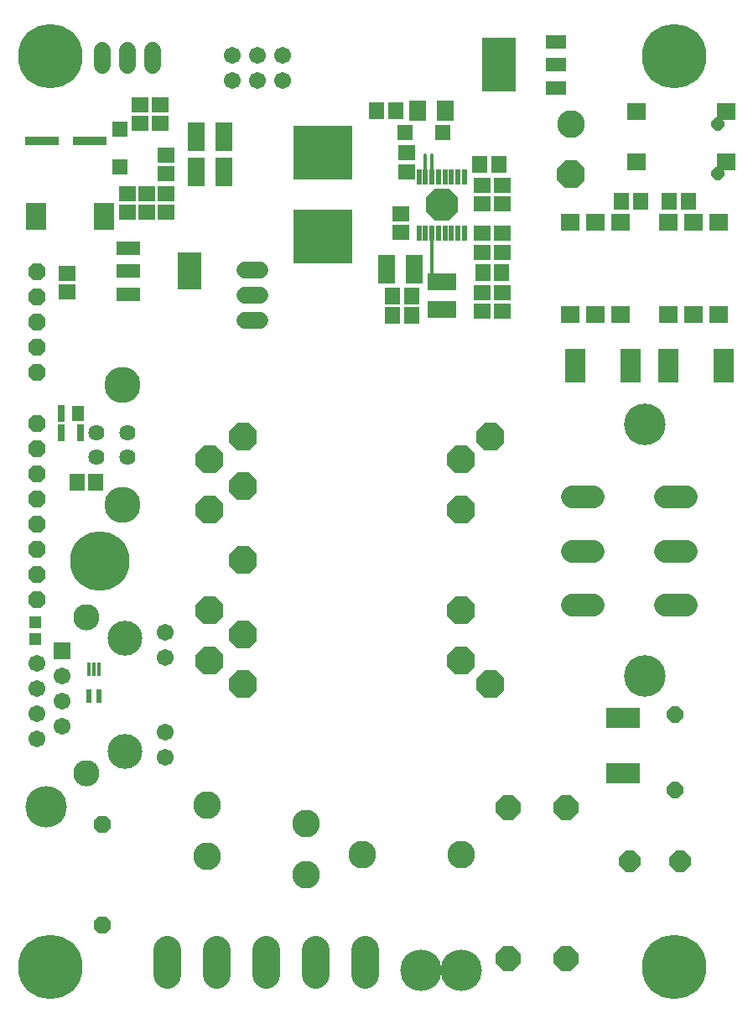
<source format=gts>
G75*
G70*
%OFA0B0*%
%FSLAX24Y24*%
%IPPOS*%
%LPD*%
%AMOC8*
5,1,8,0,0,1.08239X$1,22.5*
%
%ADD10C,0.0120*%
%ADD11C,0.0140*%
%ADD12C,0.1100*%
%ADD13OC8,0.1100*%
%ADD14R,0.0749X0.0671*%
%ADD15R,0.0671X0.0592*%
%ADD16R,0.0592X0.0671*%
%ADD17R,0.0631X0.0631*%
%ADD18R,0.0220X0.0640*%
%ADD19R,0.0880X0.0880*%
%ADD20OC8,0.1299*%
%ADD21R,0.0710X0.1143*%
%ADD22R,0.2362X0.2165*%
%ADD23C,0.0674*%
%ADD24C,0.1100*%
%ADD25OC8,0.0973*%
%ADD26R,0.0710X0.0790*%
%ADD27R,0.1143X0.0710*%
%ADD28C,0.0907*%
%ADD29R,0.0789X0.1340*%
%ADD30R,0.1340X0.0789*%
%ADD31OC8,0.0640*%
%ADD32OC8,0.0840*%
%ADD33C,0.1653*%
%ADD34R,0.0781X0.0678*%
%ADD35R,0.0789X0.1064*%
%ADD36C,0.0674*%
%ADD37R,0.0960X0.0560*%
%ADD38R,0.0953X0.1504*%
%ADD39C,0.0640*%
%ADD40C,0.1436*%
%ADD41OC8,0.0674*%
%ADD42R,0.0674X0.0674*%
%ADD43C,0.1039*%
%ADD44C,0.1386*%
%ADD45R,0.0513X0.0474*%
%ADD46R,0.1360X0.0380*%
%ADD47R,0.0830X0.0530*%
%ADD48R,0.1375X0.2125*%
%ADD49R,0.0180X0.0520*%
%ADD50R,0.0200X0.0520*%
%ADD51R,0.0450X0.0600*%
%ADD52R,0.0300X0.0700*%
%ADD53OC8,0.0680*%
%ADD54C,0.2562*%
%ADD55C,0.1650*%
%ADD56OC8,0.0516*%
%ADD57C,0.2365*%
D10*
X024531Y034577D02*
X024531Y035952D01*
D11*
X024506Y038327D02*
X024506Y039277D01*
X024256Y039277D02*
X024256Y038352D01*
D12*
X030040Y040528D03*
X015587Y013451D03*
X015587Y011426D03*
X019524Y010678D03*
X019524Y012703D03*
X021756Y011487D03*
X025693Y011487D03*
D13*
X026852Y018256D03*
X025681Y019177D03*
X025681Y021177D03*
X025681Y025177D03*
X025681Y027177D03*
X026852Y028098D03*
X030040Y038528D03*
X017009Y028098D03*
X015681Y027177D03*
X017009Y026130D03*
X015681Y025177D03*
X017009Y023177D03*
X015681Y021177D03*
X017009Y020224D03*
X015681Y019177D03*
X017009Y018256D03*
D14*
X032659Y039023D03*
X032659Y041031D03*
X036202Y041031D03*
X036202Y039023D03*
D15*
X027306Y038101D03*
X027306Y037353D03*
X026531Y037353D03*
X026531Y038101D03*
X026531Y036176D03*
X026531Y035428D03*
X027306Y035428D03*
X027306Y036176D03*
X027306Y033826D03*
X027306Y033078D03*
X026531Y033078D03*
X026531Y033826D03*
X023281Y036203D03*
X023281Y036951D03*
X023506Y038628D03*
X023506Y039376D03*
X013956Y039301D03*
X013956Y038553D03*
X013956Y037751D03*
X013956Y037003D03*
X013181Y037003D03*
X013181Y037751D03*
X012406Y037751D03*
X012406Y037003D03*
X010031Y034601D03*
X010031Y033853D03*
X012931Y040553D03*
X012931Y041301D03*
X013706Y041301D03*
X013706Y040553D03*
D16*
X022332Y041052D03*
X023080Y041052D03*
X026432Y038902D03*
X027180Y038902D03*
X027295Y034627D03*
X026547Y034627D03*
X023705Y033677D03*
X022957Y033677D03*
X022957Y032902D03*
X023705Y032902D03*
X032057Y037452D03*
X032805Y037452D03*
X033957Y037452D03*
X034705Y037452D03*
X011155Y026277D03*
X010407Y026277D03*
D17*
X012106Y038829D03*
X012106Y040325D03*
X023458Y040177D03*
X024954Y040177D03*
D18*
X025036Y038422D03*
X025286Y038422D03*
X025546Y038422D03*
X025806Y038422D03*
X024776Y038422D03*
X024526Y038422D03*
X024266Y038422D03*
X024006Y038422D03*
X024006Y036182D03*
X024266Y036182D03*
X024526Y036182D03*
X024776Y036182D03*
X025036Y036182D03*
X025286Y036182D03*
X025546Y036182D03*
X025806Y036182D03*
D19*
X024906Y037302D03*
D20*
X024906Y037302D03*
D21*
X023807Y034752D03*
X022704Y034752D03*
X016257Y038627D03*
X015154Y038627D03*
X015154Y040002D03*
X016257Y040002D03*
D22*
X020181Y039400D03*
X020181Y036054D03*
D23*
X017677Y034702D02*
X017084Y034702D01*
X017084Y033702D02*
X017677Y033702D01*
X017677Y032702D02*
X017084Y032702D01*
X013406Y042855D02*
X013406Y043449D01*
X012406Y043449D02*
X012406Y042855D01*
X011406Y042855D02*
X011406Y043449D01*
D24*
X013985Y007734D02*
X013985Y006734D01*
X015953Y006734D02*
X015953Y007734D01*
X017922Y007734D02*
X017922Y006734D01*
X019890Y006734D02*
X019890Y007734D01*
X021859Y007734D02*
X021859Y006734D01*
D25*
X027535Y007362D03*
X029841Y007362D03*
X029841Y013362D03*
X027535Y013362D03*
D26*
X025065Y041052D03*
X023946Y041052D03*
D27*
X024931Y034253D03*
X024931Y033151D03*
D28*
X030093Y025702D02*
X030918Y025702D01*
X030918Y023552D02*
X030093Y023552D01*
X030093Y021402D02*
X030918Y021402D01*
X033793Y021402D02*
X034618Y021402D01*
X034618Y023552D02*
X033793Y023552D01*
X033793Y025702D02*
X034618Y025702D01*
D29*
X033903Y030927D03*
X032433Y030927D03*
X030228Y030927D03*
X036108Y030927D03*
D30*
X032106Y016930D03*
X032106Y014725D03*
D31*
X034181Y014052D03*
X034181Y017052D03*
D32*
X034381Y011202D03*
X032381Y011202D03*
D33*
X032981Y018577D03*
X032981Y028577D03*
D34*
X033906Y032948D03*
X034906Y032948D03*
X035906Y032948D03*
X035906Y036606D03*
X034906Y036606D03*
X033906Y036606D03*
X032006Y036606D03*
X031006Y036606D03*
X030006Y036606D03*
X030006Y032948D03*
X031006Y032948D03*
X032006Y032948D03*
D35*
X011489Y036852D03*
X008772Y036852D03*
D36*
X016568Y042246D03*
X016568Y043246D03*
X017568Y043246D03*
X017568Y042246D03*
X018568Y042246D03*
X018568Y043246D03*
X013925Y020322D03*
X013925Y019322D03*
X013925Y016342D03*
X013925Y015342D03*
X009807Y016582D03*
X009807Y017582D03*
X009807Y018582D03*
X008807Y019082D03*
X008807Y018082D03*
X008807Y017082D03*
X008807Y016082D03*
D37*
X012435Y033767D03*
X012435Y034677D03*
X012435Y035587D03*
D38*
X014876Y034677D03*
D39*
X012429Y028260D03*
X012429Y027276D03*
X011170Y027276D03*
X011170Y028260D03*
D40*
X012233Y030138D03*
X012233Y025398D03*
D41*
X008806Y025627D03*
X008806Y024627D03*
X008806Y023627D03*
X008806Y022627D03*
X008806Y021627D03*
X008806Y026627D03*
X008806Y027627D03*
X008806Y028627D03*
X008806Y030652D03*
X008806Y031652D03*
X008806Y032652D03*
X008806Y033652D03*
X008806Y034652D03*
D42*
X009807Y019582D03*
D43*
X010775Y020932D03*
X010775Y014731D03*
D44*
X012307Y015582D03*
X012307Y020082D03*
D45*
X008756Y020043D03*
X008756Y020712D03*
D46*
X009006Y039852D03*
X010906Y039852D03*
D47*
X029441Y041967D03*
X029441Y042877D03*
X029441Y043787D03*
D48*
X027171Y042877D03*
D49*
X011281Y018867D03*
X011081Y018867D03*
X010881Y018867D03*
D50*
X010881Y017787D03*
X011281Y017787D03*
D51*
X010456Y029002D03*
D52*
X009776Y029002D03*
X009776Y028252D03*
X010536Y028252D03*
D53*
X011406Y012677D03*
X011406Y008677D03*
D54*
X009344Y007002D03*
X034147Y007002D03*
X034147Y043222D03*
X009344Y043222D03*
D55*
X009181Y013377D03*
X024081Y006877D03*
X025681Y006877D03*
D56*
X035881Y038552D03*
X035881Y040527D03*
D57*
X011312Y023144D03*
M02*

</source>
